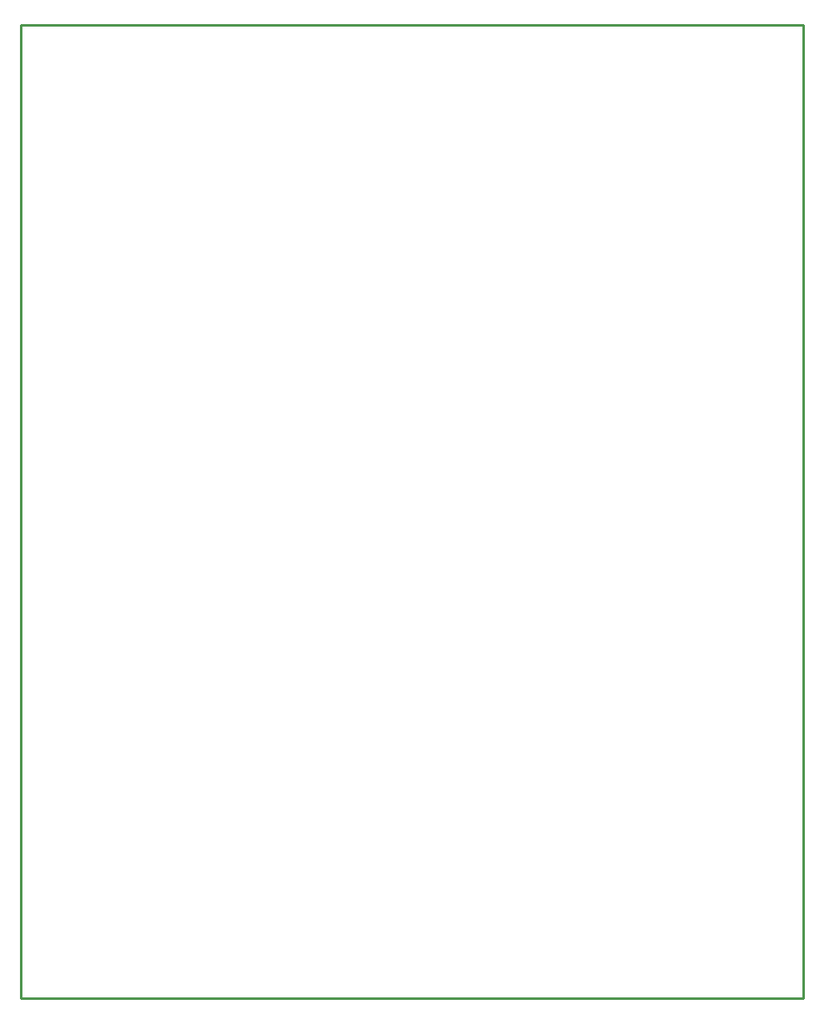
<source format=gbr>
G04 EAGLE Gerber RS-274X export*
G75*
%MOMM*%
%FSLAX34Y34*%
%LPD*%
%IN*%
%IPPOS*%
%AMOC8*
5,1,8,0,0,1.08239X$1,22.5*%
G01*
%ADD10C,0.254000*%


D10*
X0Y0D02*
X796800Y0D01*
X796800Y990500D01*
X0Y990500D01*
X0Y0D01*
M02*

</source>
